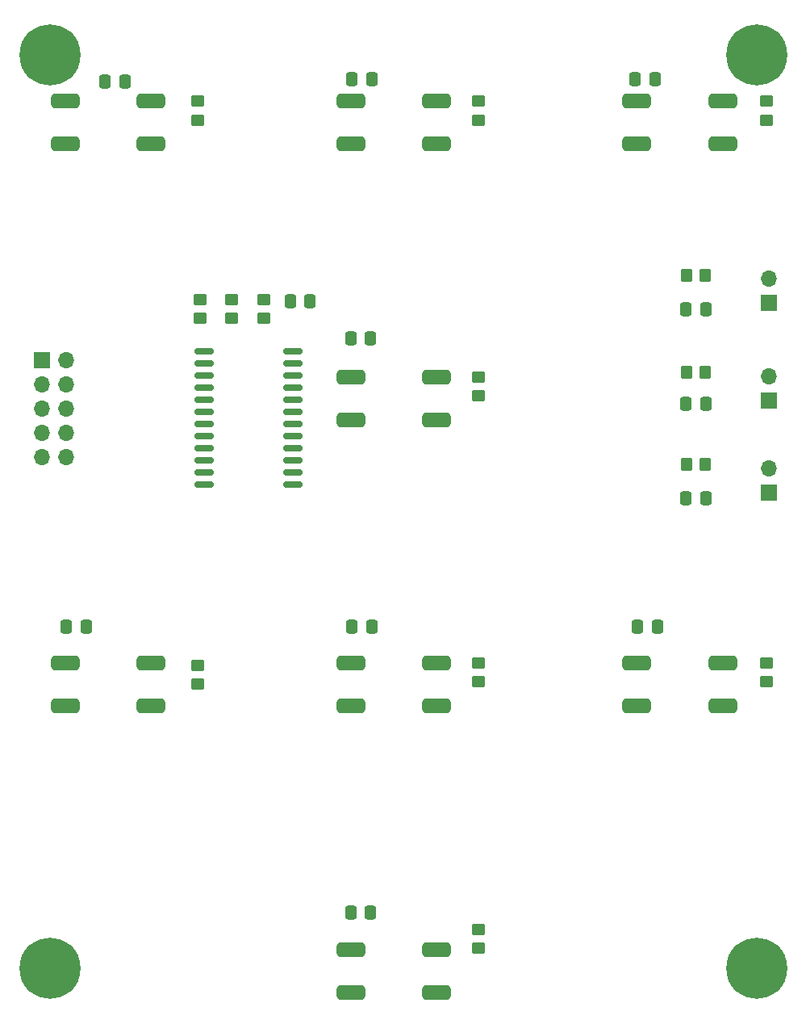
<source format=gbr>
%TF.GenerationSoftware,KiCad,Pcbnew,(6.0.7)*%
%TF.CreationDate,2023-04-15T21:10:14+02:00*%
%TF.ProjectId,control board,636f6e74-726f-46c2-9062-6f6172642e6b,rev?*%
%TF.SameCoordinates,Original*%
%TF.FileFunction,Soldermask,Top*%
%TF.FilePolarity,Negative*%
%FSLAX46Y46*%
G04 Gerber Fmt 4.6, Leading zero omitted, Abs format (unit mm)*
G04 Created by KiCad (PCBNEW (6.0.7)) date 2023-04-15 21:10:14*
%MOMM*%
%LPD*%
G01*
G04 APERTURE LIST*
G04 Aperture macros list*
%AMRoundRect*
0 Rectangle with rounded corners*
0 $1 Rounding radius*
0 $2 $3 $4 $5 $6 $7 $8 $9 X,Y pos of 4 corners*
0 Add a 4 corners polygon primitive as box body*
4,1,4,$2,$3,$4,$5,$6,$7,$8,$9,$2,$3,0*
0 Add four circle primitives for the rounded corners*
1,1,$1+$1,$2,$3*
1,1,$1+$1,$4,$5*
1,1,$1+$1,$6,$7*
1,1,$1+$1,$8,$9*
0 Add four rect primitives between the rounded corners*
20,1,$1+$1,$2,$3,$4,$5,0*
20,1,$1+$1,$4,$5,$6,$7,0*
20,1,$1+$1,$6,$7,$8,$9,0*
20,1,$1+$1,$8,$9,$2,$3,0*%
G04 Aperture macros list end*
%ADD10RoundRect,0.250000X-0.450000X0.350000X-0.450000X-0.350000X0.450000X-0.350000X0.450000X0.350000X0*%
%ADD11C,6.400000*%
%ADD12RoundRect,0.250000X-0.337500X-0.475000X0.337500X-0.475000X0.337500X0.475000X-0.337500X0.475000X0*%
%ADD13RoundRect,0.381000X-1.119000X-0.381000X1.119000X-0.381000X1.119000X0.381000X-1.119000X0.381000X0*%
%ADD14RoundRect,0.250000X0.337500X0.475000X-0.337500X0.475000X-0.337500X-0.475000X0.337500X-0.475000X0*%
%ADD15RoundRect,0.250000X0.350000X0.450000X-0.350000X0.450000X-0.350000X-0.450000X0.350000X-0.450000X0*%
%ADD16RoundRect,0.250000X0.450000X-0.350000X0.450000X0.350000X-0.450000X0.350000X-0.450000X-0.350000X0*%
%ADD17RoundRect,0.150000X-0.875000X-0.150000X0.875000X-0.150000X0.875000X0.150000X-0.875000X0.150000X0*%
%ADD18R,1.700000X1.700000*%
%ADD19O,1.700000X1.700000*%
G04 APERTURE END LIST*
D10*
%TO.C,R10*%
X148844000Y-107712000D03*
X148844000Y-109712000D03*
%TD*%
D11*
%TO.C,*%
X103886000Y-139700000D03*
%TD*%
D12*
%TO.C,C8*%
X105642500Y-103886000D03*
X107717500Y-103886000D03*
%TD*%
D10*
%TO.C,R2*%
X148844000Y-48822000D03*
X148844000Y-50822000D03*
%TD*%
D13*
%TO.C,SW3*%
X165500000Y-53304000D03*
X174500000Y-53304000D03*
X165501835Y-48804000D03*
X174500000Y-48804000D03*
%TD*%
D14*
%TO.C,C4*%
X172725500Y-70612000D03*
X170650500Y-70612000D03*
%TD*%
D13*
%TO.C,SW5*%
X105500000Y-112250000D03*
X114500000Y-112250000D03*
X105501835Y-107750000D03*
X114500000Y-107750000D03*
%TD*%
D10*
%TO.C,R9*%
X119380000Y-107966000D03*
X119380000Y-109966000D03*
%TD*%
D12*
%TO.C,C6*%
X129146357Y-69755400D03*
X131221357Y-69755400D03*
%TD*%
D13*
%TO.C,SW6*%
X135500000Y-112250000D03*
X144500000Y-112250000D03*
X135501835Y-107750000D03*
X144500000Y-107750000D03*
%TD*%
%TO.C,SW4*%
X135500000Y-82250000D03*
X144500000Y-82250000D03*
X135501835Y-77750000D03*
X144500000Y-77750000D03*
%TD*%
%TO.C,SW1*%
X105500000Y-53304000D03*
X114500000Y-53304000D03*
X105501835Y-48804000D03*
X114500000Y-48804000D03*
%TD*%
D10*
%TO.C,R11*%
X179070000Y-107712000D03*
X179070000Y-109712000D03*
%TD*%
D13*
%TO.C,SW7*%
X165500000Y-112250000D03*
X174500000Y-112250000D03*
X165501835Y-107750000D03*
X174500000Y-107750000D03*
%TD*%
D12*
%TO.C,C2*%
X135614500Y-46520000D03*
X137689500Y-46520000D03*
%TD*%
D10*
%TO.C,R1*%
X119380000Y-48822000D03*
X119380000Y-50822000D03*
%TD*%
D12*
%TO.C,C1*%
X109706500Y-46774000D03*
X111781500Y-46774000D03*
%TD*%
%TO.C,C5*%
X135487500Y-73660000D03*
X137562500Y-73660000D03*
%TD*%
D15*
%TO.C,R8*%
X172688000Y-67056000D03*
X170688000Y-67056000D03*
%TD*%
D12*
%TO.C,C10*%
X165586500Y-103886000D03*
X167661500Y-103886000D03*
%TD*%
D13*
%TO.C,SW2*%
X135500000Y-53304000D03*
X144500000Y-53304000D03*
X135501835Y-48804000D03*
X144500000Y-48804000D03*
%TD*%
D11*
%TO.C,*%
X178054000Y-139700000D03*
%TD*%
%TO.C,*%
X178054000Y-43942000D03*
%TD*%
D16*
%TO.C,R13*%
X148844000Y-137652000D03*
X148844000Y-135652000D03*
%TD*%
D10*
%TO.C,R7*%
X148844000Y-77740000D03*
X148844000Y-79740000D03*
%TD*%
D12*
%TO.C,C3*%
X165332500Y-46520000D03*
X167407500Y-46520000D03*
%TD*%
D10*
%TO.C,R3*%
X179070000Y-48822000D03*
X179070000Y-50822000D03*
%TD*%
D15*
%TO.C,R14*%
X172688000Y-86868000D03*
X170688000Y-86868000D03*
%TD*%
D16*
%TO.C,R6*%
X119634000Y-71612000D03*
X119634000Y-69612000D03*
%TD*%
D11*
%TO.C,*%
X103886000Y-43942000D03*
%TD*%
D13*
%TO.C,SW8*%
X135500000Y-142250000D03*
X144500000Y-142250000D03*
X135501835Y-137750000D03*
X144500000Y-137750000D03*
%TD*%
D15*
%TO.C,R12*%
X172688000Y-77216000D03*
X170688000Y-77216000D03*
%TD*%
D14*
%TO.C,C11*%
X172741500Y-90424000D03*
X170666500Y-90424000D03*
%TD*%
%TO.C,C7*%
X172725500Y-80518000D03*
X170650500Y-80518000D03*
%TD*%
D12*
%TO.C,C12*%
X135487500Y-133858000D03*
X137562500Y-133858000D03*
%TD*%
%TO.C,C9*%
X135614500Y-103886000D03*
X137689500Y-103886000D03*
%TD*%
D16*
%TO.C,R4*%
X123010666Y-71612000D03*
X123010666Y-69612000D03*
%TD*%
%TO.C,R5*%
X126387332Y-71612000D03*
X126387332Y-69612000D03*
%TD*%
D17*
%TO.C,U1*%
X120064000Y-75057000D03*
X120064000Y-76327000D03*
X120064000Y-77597000D03*
X120064000Y-78867000D03*
X120064000Y-80137000D03*
X120064000Y-81407000D03*
X120064000Y-82677000D03*
X120064000Y-83947000D03*
X120064000Y-85217000D03*
X120064000Y-86487000D03*
X120064000Y-87757000D03*
X120064000Y-89027000D03*
X129364000Y-89027000D03*
X129364000Y-87757000D03*
X129364000Y-86487000D03*
X129364000Y-85217000D03*
X129364000Y-83947000D03*
X129364000Y-82677000D03*
X129364000Y-81407000D03*
X129364000Y-80137000D03*
X129364000Y-78867000D03*
X129364000Y-77597000D03*
X129364000Y-76327000D03*
X129364000Y-75057000D03*
%TD*%
D18*
%TO.C,J1*%
X179349000Y-70000000D03*
D19*
X179349000Y-67460000D03*
%TD*%
D18*
%TO.C,J4*%
X179349000Y-89896000D03*
D19*
X179349000Y-87356000D03*
%TD*%
D18*
%TO.C,J3*%
X103104000Y-75976000D03*
D19*
X105644000Y-75976000D03*
X103104000Y-78516000D03*
X105644000Y-78516000D03*
X103104000Y-81056000D03*
X105644000Y-81056000D03*
X103104000Y-83596000D03*
X105644000Y-83596000D03*
X103104000Y-86136000D03*
X105644000Y-86136000D03*
%TD*%
D18*
%TO.C,J2*%
X179349000Y-80244000D03*
D19*
X179349000Y-77704000D03*
%TD*%
M02*

</source>
